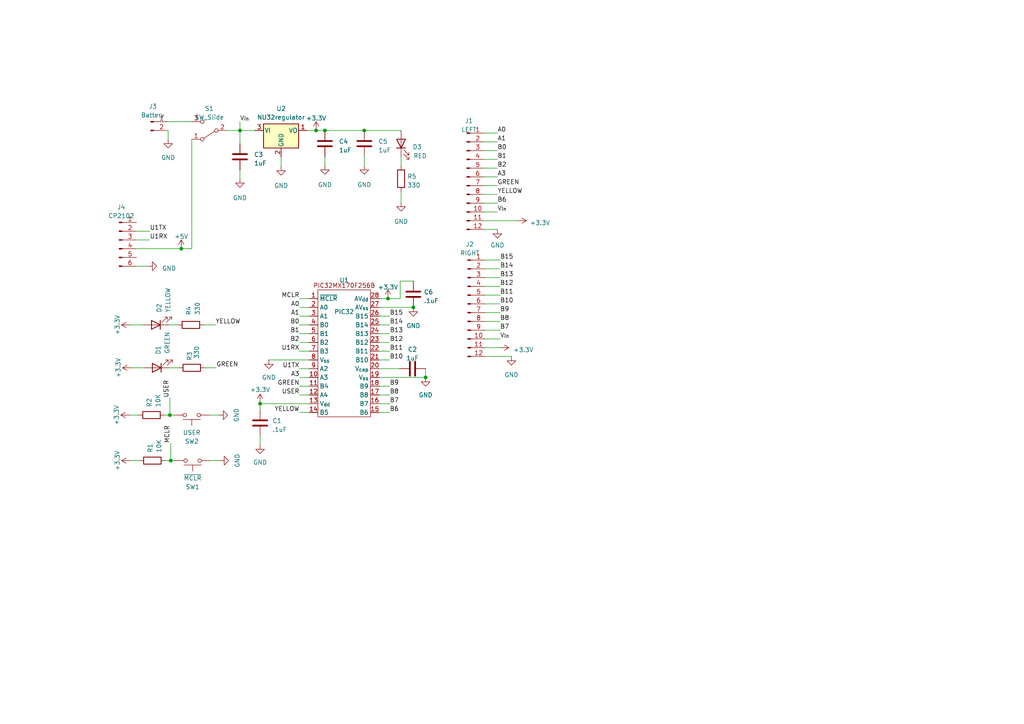
<source format=kicad_sch>
(kicad_sch (version 20230121) (generator eeschema)
  (paper "A4")
  (lib_symbols
    (symbol "Connector:Conn_01x02_Pin" (pin_names (offset 1.016) hide)
      (property "Reference" "J" (at 0 2.54 0))
      (property "Value" "Conn_01x02_Pin" (at 0 -5.08 0))
      (symbol "Conn_01x02_Pin_1_1"
        (polyline (pts (xy 1.27 -2.54) (xy 0.8636 -2.54)) (stroke (width 0.1524)))
        (polyline (pts (xy 1.27 0) (xy 0.8636 0)) (stroke (width 0.1524)))
        (rectangle (start 0.8636 -2.413) (end 0 -2.667) (stroke (width 0.1524)) (fill (type outline)))
        (rectangle (start 0.8636 0.127) (end 0 -0.127) (stroke (width 0.1524)) (fill (type outline)))
        (pin passive line (at 5.08 0 180) (length 3.81) (name "Pin_1") (number "1"))
        (pin passive line (at 5.08 -2.54 180) (length 3.81) (name "Pin_2") (number "2"))
      )
    )
    (symbol "Connector:Conn_01x06_Pin" (pin_names (offset 1.016) hide)
      (property "Reference" "J" (at 0 7.62 0))
      (property "Value" "Conn_01x06_Pin" (at 0 -10.16 0))
      (symbol "Conn_01x06_Pin_1_1"
        (polyline (pts (xy 1.27 -7.62) (xy 0.8636 -7.62)) (stroke (width 0.1524)))
        (polyline (pts (xy 1.27 -5.08) (xy 0.8636 -5.08)) (stroke (width 0.1524)))
        (polyline (pts (xy 1.27 -2.54) (xy 0.8636 -2.54)) (stroke (width 0.1524)))
        (polyline (pts (xy 1.27 0) (xy 0.8636 0)) (stroke (width 0.1524)))
        (polyline (pts (xy 1.27 2.54) (xy 0.8636 2.54)) (stroke (width 0.1524)))
        (polyline (pts (xy 1.27 5.08) (xy 0.8636 5.08)) (stroke (width 0.1524)))
        (rectangle (start 0.8636 -7.493) (end 0 -7.747) (stroke (width 0.1524)) (fill (type outline)))
        (rectangle (start 0.8636 -4.953) (end 0 -5.207) (stroke (width 0.1524)) (fill (type outline)))
        (rectangle (start 0.8636 -2.413) (end 0 -2.667) (stroke (width 0.1524)) (fill (type outline)))
        (rectangle (start 0.8636 0.127) (end 0 -0.127) (stroke (width 0.1524)) (fill (type outline)))
        (rectangle (start 0.8636 2.667) (end 0 2.413) (stroke (width 0.1524)) (fill (type outline)))
        (rectangle (start 0.8636 5.207) (end 0 4.953) (stroke (width 0.1524)) (fill (type outline)))
        (pin passive line (at 5.08 5.08 180) (length 3.81) (name "Pin_1") (number "1"))
        (pin passive line (at 5.08 2.54 180) (length 3.81) (name "Pin_2") (number "2"))
        (pin passive line (at 5.08 0 180) (length 3.81) (name "Pin_3") (number "3"))
        (pin passive line (at 5.08 -2.54 180) (length 3.81) (name "Pin_4") (number "4"))
        (pin passive line (at 5.08 -5.08 180) (length 3.81) (name "Pin_5") (number "5"))
        (pin passive line (at 5.08 -7.62 180) (length 3.81) (name "Pin_6") (number "6"))
      )
    )
    (symbol "Connector:Conn_01x12_Pin" (pin_names (offset 1.016) hide)
      (property "Reference" "J" (at 0 15.24 0))
      (property "Value" "Conn_01x12_Pin" (at 0 -17.78 0))
      (symbol "Conn_01x12_Pin_1_1"
        (polyline (pts (xy 1.27 -15.24) (xy 0.8636 -15.24)) (stroke (width 0.1524)))
        (polyline (pts (xy 1.27 -12.7) (xy 0.8636 -12.7)) (stroke (width 0.1524)))
        (polyline (pts (xy 1.27 -10.16) (xy 0.8636 -10.16)) (stroke (width 0.1524)))
        (polyline (pts (xy 1.27 -7.62) (xy 0.8636 -7.62)) (stroke (width 0.1524)))
        (polyline (pts (xy 1.27 -5.08) (xy 0.8636 -5.08)) (stroke (width 0.1524)))
        (polyline (pts (xy 1.27 -2.54) (xy 0.8636 -2.54)) (stroke (width 0.1524)))
        (polyline (pts (xy 1.27 0) (xy 0.8636 0)) (stroke (width 0.1524)))
        (polyline (pts (xy 1.27 2.54) (xy 0.8636 2.54)) (stroke (width 0.1524)))
        (polyline (pts (xy 1.27 5.08) (xy 0.8636 5.08)) (stroke (width 0.1524)))
        (polyline (pts (xy 1.27 7.62) (xy 0.8636 7.62)) (stroke (width 0.1524)))
        (polyline (pts (xy 1.27 10.16) (xy 0.8636 10.16)) (stroke (width 0.1524)))
        (polyline (pts (xy 1.27 12.7) (xy 0.8636 12.7)) (stroke (width 0.1524)))
        (rectangle (start 0.8636 -15.113) (end 0 -15.367) (stroke (width 0.1524)) (fill (type outline)))
        (rectangle (start 0.8636 -12.573) (end 0 -12.827) (stroke (width 0.1524)) (fill (type outline)))
        (rectangle (start 0.8636 -10.033) (end 0 -10.287) (stroke (width 0.1524)) (fill (type outline)))
        (rectangle (start 0.8636 -7.493) (end 0 -7.747) (stroke (width 0.1524)) (fill (type outline)))
        (rectangle (start 0.8636 -4.953) (end 0 -5.207) (stroke (width 0.1524)) (fill (type outline)))
        (rectangle (start 0.8636 -2.413) (end 0 -2.667) (stroke (width 0.1524)) (fill (type outline)))
        (rectangle (start 0.8636 0.127) (end 0 -0.127) (stroke (width 0.1524)) (fill (type outline)))
        (rectangle (start 0.8636 2.667) (end 0 2.413) (stroke (width 0.1524)) (fill (type outline)))
        (rectangle (start 0.8636 5.207) (end 0 4.953) (stroke (width 0.1524)) (fill (type outline)))
        (rectangle (start 0.8636 7.747) (end 0 7.493) (stroke (width 0.1524)) (fill (type outline)))
        (rectangle (start 0.8636 10.287) (end 0 10.033) (stroke (width 0.1524)) (fill (type outline)))
        (rectangle (start 0.8636 12.827) (end 0 12.573) (stroke (width 0.1524)) (fill (type outline)))
        (pin passive line (at 5.08 12.7 180) (length 3.81) (name "Pin_1") (number "1"))
        (pin passive line (at 5.08 -10.16 180) (length 3.81) (name "Pin_10") (number "10"))
        (pin passive line (at 5.08 -12.7 180) (length 3.81) (name "Pin_11") (number "11"))
        (pin passive line (at 5.08 -15.24 180) (length 3.81) (name "Pin_12") (number "12"))
        (pin passive line (at 5.08 10.16 180) (length 3.81) (name "Pin_2") (number "2"))
        (pin passive line (at 5.08 7.62 180) (length 3.81) (name "Pin_3") (number "3"))
        (pin passive line (at 5.08 5.08 180) (length 3.81) (name "Pin_4") (number "4"))
        (pin passive line (at 5.08 2.54 180) (length 3.81) (name "Pin_5") (number "5"))
        (pin passive line (at 5.08 0 180) (length 3.81) (name "Pin_6") (number "6"))
        (pin passive line (at 5.08 -2.54 180) (length 3.81) (name "Pin_7") (number "7"))
        (pin passive line (at 5.08 -5.08 180) (length 3.81) (name "Pin_8") (number "8"))
        (pin passive line (at 5.08 -7.62 180) (length 3.81) (name "Pin_9") (number "9"))
      )
    )
    (symbol "Device:C" (pin_numbers hide) (pin_names (offset 0.254))
      (property "Reference" "C" (at 0.635 2.54 0))
      (property "Value" "C" (at 0.635 -2.54 0))
      (symbol "C_0_1"
        (polyline (pts (xy -2.032 -0.762) (xy 2.032 -0.762)) (stroke (width 0.508)))
        (polyline (pts (xy -2.032 0.762) (xy 2.032 0.762)) (stroke (width 0.508)))
      )
      (symbol "C_1_1"
        (pin passive line (at 0 3.81 270) (length 2.794) (name "~") (number "1"))
        (pin passive line (at 0 -3.81 90) (length 2.794) (name "~") (number "2"))
      )
    )
    (symbol "Device:LED" (pin_numbers hide) (pin_names (offset 1.016) hide)
      (property "Reference" "D" (at 0 2.54 0))
      (property "Value" "LED" (at 0 -2.54 0))
      (symbol "LED_0_1"
        (polyline (pts (xy -1.27 -1.27) (xy -1.27 1.27)) (stroke (width 0.254)))
        (polyline (pts (xy -1.27 0) (xy 1.27 0)))
        (polyline (pts (xy 1.27 -1.27) (xy 1.27 1.27) (xy -1.27 0) (xy 1.27 -1.27)) (stroke (width 0.254)))
        (polyline (pts (xy -3.048 -0.762) (xy -4.572 -2.286) (xy -3.81 -2.286) (xy -4.572 -2.286) (xy -4.572 -1.524)))
        (polyline (pts (xy -1.778 -0.762) (xy -3.302 -2.286) (xy -2.54 -2.286) (xy -3.302 -2.286) (xy -3.302 -1.524)))
      )
      (symbol "LED_1_1"
        (pin passive line (at -3.81 0 0) (length 2.54) (name "K") (number "1"))
        (pin passive line (at 3.81 0 180) (length 2.54) (name "A") (number "2"))
      )
    )
    (symbol "Device:R" (pin_numbers hide) (pin_names (offset 0))
      (property "Reference" "R" (at 2.032 0 90))
      (property "Value" "R" (at 0 0 90))
      (symbol "R_0_1"
        (rectangle (start -1.016 -2.54) (end 1.016 2.54) (stroke (width 0.254)))
      )
      (symbol "R_1_1"
        (pin passive line (at 0 3.81 270) (length 1.27) (name "~") (number "1"))
        (pin passive line (at 0 -3.81 90) (length 1.27) (name "~") (number "2"))
      )
    )
    (symbol "HW4:NU32regulator" (pin_names (offset 0.254))
      (property "Reference" "U" (at -3.81 3.175 0))
      (property "Value" "NU32regulator" (at 0 3.175 0))
      (symbol "NU32regulator_0_1"
        (rectangle (start -5.08 1.905) (end 5.08 -5.08) (stroke (width 0.254)) (fill (type background)))
      )
      (symbol "NU32regulator_1_1"
        (pin power_out line (at 7.62 0 180) (length 2.54) (name "VO") (number "1"))
        (pin power_in line (at 0 -7.62 90) (length 2.54) (name "GND") (number "2"))
        (pin power_in line (at -7.62 0 0) (length 2.54) (name "VI") (number "3"))
      )
    )
    (symbol "HW4:PIC32"
      (property "Reference" "U" (at 0 20.32 0))
      (symbol "PIC32_0_1"
        (rectangle (start -7.62 16.51) (end 7.62 -20.32))
      )
      (symbol "PIC32_1_1"
        (text "PIC32MX170F256B" (at 0 17.78 0) (effects (font (size 1.27 1.27))))
        (pin input line (at -10.16 13.97 0) (length 2.54) (name "~{MCLR}") (number "1"))
        (pin input line (at -10.16 -8.89 0) (length 2.54) (name "A3") (number "10"))
        (pin input line (at -10.16 -11.43 0) (length 2.54) (name "B4") (number "11"))
        (pin input line (at -10.16 -13.97 0) (length 2.54) (name "A4") (number "12"))
        (pin input line (at -10.16 -16.51 0) (length 2.54) (name "V_{dd}") (number "13"))
        (pin input line (at -10.16 -19.05 0) (length 2.54) (name "B5") (number "14"))
        (pin input line (at 10.16 -19.05 180) (length 2.54) (name "B6") (number "15"))
        (pin input line (at 10.16 -16.51 180) (length 2.54) (name "B7") (number "16"))
        (pin input line (at 10.16 -13.97 180) (length 2.54) (name "B8") (number "17"))
        (pin input line (at 10.16 -11.43 180) (length 2.54) (name "B9") (number "18"))
        (pin input line (at 10.16 -8.89 180) (length 2.54) (name "V_{ss}") (number "19"))
        (pin input line (at -10.16 11.43 0) (length 2.54) (name "A0") (number "2"))
        (pin input line (at 10.16 -6.35 180) (length 2.54) (name "V_{cap}") (number "20"))
        (pin input line (at 10.16 -3.81 180) (length 2.54) (name "B10") (number "21"))
        (pin input line (at 10.16 -1.27 180) (length 2.54) (name "B11") (number "22"))
        (pin input line (at 10.16 1.27 180) (length 2.54) (name "B12") (number "23"))
        (pin input line (at 10.16 3.81 180) (length 2.54) (name "B13") (number "24"))
        (pin input line (at 10.16 6.35 180) (length 2.54) (name "B14") (number "25"))
        (pin input line (at 10.16 8.89 180) (length 2.54) (name "B15") (number "26"))
        (pin input line (at 10.16 11.43 180) (length 2.54) (name "AV_{ss}") (number "27"))
        (pin input line (at 10.16 13.97 180) (length 2.54) (name "AV_{dd}") (number "28"))
        (pin input line (at -10.16 8.89 0) (length 2.54) (name "A1") (number "3"))
        (pin input line (at -10.16 6.35 0) (length 2.54) (name "B0") (number "4"))
        (pin input line (at -10.16 3.81 0) (length 2.54) (name "B1") (number "5"))
        (pin input line (at -10.16 1.27 0) (length 2.54) (name "B2") (number "6"))
        (pin input line (at -10.16 -1.27 0) (length 2.54) (name "B3") (number "7"))
        (pin input line (at -10.16 -3.81 0) (length 2.54) (name "V_{ss}") (number "8"))
        (pin input line (at -10.16 -6.35 0) (length 2.54) (name "A2") (number "9"))
      )
    )
    (symbol "Switch:SW_Push" (pin_numbers hide) (pin_names (offset 1.016) hide)
      (property "Reference" "SW" (at 1.27 2.54 0))
      (property "Value" "SW_Push" (at 0 -1.524 0))
      (symbol "SW_Push_0_1"
        (circle (center -2.032 0) (radius 0.508))
        (polyline (pts (xy 0 1.27) (xy 0 3.048)))
        (polyline (pts (xy 2.54 1.27) (xy -2.54 1.27)))
        (circle (center 2.032 0) (radius 0.508))
        (pin passive line (at -5.08 0 0) (length 2.54) (name "1") (number "1"))
        (pin passive line (at 5.08 0 180) (length 2.54) (name "2") (number "2"))
      )
    )
    (symbol "Switch:SW_SPDT" (pin_names (offset 0) hide)
      (property "Reference" "SW" (at 0 4.318 0))
      (property "Value" "SW_SPDT" (at 0 -5.08 0))
      (symbol "SW_SPDT_0_0"
        (circle (center -2.032 0) (radius 0.508))
        (circle (center 2.032 -2.54) (radius 0.508))
      )
      (symbol "SW_SPDT_0_1"
        (polyline (pts (xy -1.524 0.254) (xy 1.651 2.286)))
        (circle (center 2.032 2.54) (radius 0.508))
      )
      (symbol "SW_SPDT_1_1"
        (pin passive line (at 5.08 2.54 180) (length 2.54) (name "A") (number "1"))
        (pin passive line (at -5.08 0 0) (length 2.54) (name "B") (number "2"))
        (pin passive line (at 5.08 -2.54 180) (length 2.54) (name "C") (number "3"))
      )
    )
    (symbol "power:+3.3V" (power) (pin_names (offset 0))
      (property "Value" "+3.3V" (at 0 3.556 0))
      (symbol "+3.3V_0_1"
        (polyline (pts (xy -0.762 1.27) (xy 0 2.54)))
        (polyline (pts (xy 0 0) (xy 0 2.54)))
        (polyline (pts (xy 0 2.54) (xy 0.762 1.27)))
      )
      (symbol "+3.3V_1_1"
        (pin power_in line (at 0 0 90) (length 0) hide (name "+3.3V") (number "1"))
      )
    )
    (symbol "power:+5V" (power) (pin_names (offset 0))
      (property "Value" "+5V" (at 0 3.556 0))
      (symbol "+5V_0_1"
        (polyline (pts (xy -0.762 1.27) (xy 0 2.54)))
        (polyline (pts (xy 0 0) (xy 0 2.54)))
        (polyline (pts (xy 0 2.54) (xy 0.762 1.27)))
      )
      (symbol "+5V_1_1"
        (pin power_in line (at 0 0 90) (length 0) hide (name "+5V") (number "1"))
      )
    )
    (symbol "power:GND" (power) (pin_names (offset 0))
      (property "Value" "GND" (at 0 -3.81 0))
      (symbol "GND_0_1"
        (polyline (pts (xy 0 0) (xy 0 -1.27) (xy 1.27 -1.27) (xy 0 -2.54) (xy -1.27 -1.27) (xy 0 -1.27)))
      )
      (symbol "GND_1_1"
        (pin power_in line (at 0 0 270) (length 0) hide (name "GND") (number "1"))
      )
    )
  )
  (junction (at 91.694 37.846))
  (junction (at 75.438 117.094))
  (junction (at 52.578 72.136))
  (junction (at 69.596 37.846))
  (junction (at 123.444 109.474))
  (junction (at 49.276 120.396))
  (junction (at 49.53 133.604))
  (junction (at 94.234 37.846))
  (junction (at 112.522 86.614))
  (junction (at 105.664 37.846))
  (junction (at 119.888 89.154))
  (wire (pts (xy 39.624 77.216) (xy 42.926 77.216)))
  (wire (pts (xy 59.182 94.234) (xy 62.484 94.234)))
  (wire (pts (xy 49.53 133.604) (xy 50.8 133.604)))
  (wire (pts (xy 140.462 46.228) (xy 144.272 46.228)))
  (wire (pts (xy 86.868 114.554) (xy 89.662 114.554)))
  (wire (pts (xy 81.534 45.466) (xy 81.534 48.26)))
  (wire (pts (xy 140.462 66.548) (xy 144.272 66.548)))
  (wire (pts (xy 48.006 133.604) (xy 49.53 133.604)))
  (wire (pts (xy 86.868 112.014) (xy 89.662 112.014)))
  (wire (pts (xy 109.982 119.634) (xy 113.03 119.634)))
  (wire (pts (xy 109.982 101.854) (xy 113.03 101.854)))
  (wire (pts (xy 140.716 100.838) (xy 145.034 100.838)))
  (wire (pts (xy 105.664 37.846) (xy 116.332 37.846)))
  (wire (pts (xy 116.332 55.626) (xy 116.332 58.674)))
  (wire (pts (xy 140.716 98.298) (xy 145.034 98.298)))
  (wire (pts (xy 39.624 67.056) (xy 43.434 67.056)))
  (wire (pts (xy 109.982 99.314) (xy 113.03 99.314)))
  (wire (pts (xy 140.462 38.608) (xy 144.272 38.608)))
  (wire (pts (xy 55.626 40.386) (xy 55.626 72.136)))
  (wire (pts (xy 140.462 56.388) (xy 144.272 56.388)))
  (wire (pts (xy 86.868 89.154) (xy 89.662 89.154)))
  (wire (pts (xy 75.438 116.84) (xy 75.438 117.094)))
  (wire (pts (xy 116.078 86.614) (xy 112.522 86.614)))
  (wire (pts (xy 140.462 53.848) (xy 144.272 53.848)))
  (wire (pts (xy 38.1 106.68) (xy 41.656 106.68)))
  (wire (pts (xy 69.596 35.306) (xy 69.596 37.846)))
  (wire (pts (xy 47.752 120.396) (xy 49.276 120.396)))
  (wire (pts (xy 37.846 133.604) (xy 40.386 133.604)))
  (wire (pts (xy 52.578 72.136) (xy 55.626 72.136)))
  (wire (pts (xy 140.462 58.928) (xy 144.272 58.928)))
  (wire (pts (xy 39.624 72.136) (xy 52.578 72.136)))
  (wire (pts (xy 116.332 45.466) (xy 116.332 48.006)))
  (wire (pts (xy 140.716 95.758) (xy 145.034 95.758)))
  (wire (pts (xy 89.154 37.846) (xy 91.694 37.846)))
  (wire (pts (xy 49.022 94.234) (xy 51.562 94.234)))
  (wire (pts (xy 109.982 112.014) (xy 113.03 112.014)))
  (wire (pts (xy 140.716 77.978) (xy 145.034 77.978)))
  (wire (pts (xy 109.982 94.234) (xy 113.03 94.234)))
  (wire (pts (xy 116.078 81.534) (xy 116.078 86.614)))
  (wire (pts (xy 86.868 119.634) (xy 89.662 119.634)))
  (wire (pts (xy 140.716 90.678) (xy 145.034 90.678)))
  (wire (pts (xy 48.768 37.846) (xy 48.768 40.386)))
  (wire (pts (xy 140.716 93.218) (xy 145.034 93.218)))
  (wire (pts (xy 49.276 106.68) (xy 51.816 106.68)))
  (wire (pts (xy 86.868 86.614) (xy 89.662 86.614)))
  (wire (pts (xy 59.436 106.68) (xy 62.738 106.68)))
  (wire (pts (xy 94.234 45.466) (xy 94.234 48.006)))
  (wire (pts (xy 109.982 89.154) (xy 119.888 89.154)))
  (wire (pts (xy 109.982 109.474) (xy 123.444 109.474)))
  (wire (pts (xy 37.592 120.396) (xy 40.132 120.396)))
  (wire (pts (xy 86.868 109.474) (xy 89.662 109.474)))
  (wire (pts (xy 140.716 88.138) (xy 145.034 88.138)))
  (wire (pts (xy 109.982 86.614) (xy 112.522 86.614)))
  (wire (pts (xy 140.462 48.768) (xy 144.272 48.768)))
  (wire (pts (xy 77.978 104.394) (xy 89.662 104.394)))
  (wire (pts (xy 65.786 37.846) (xy 69.596 37.846)))
  (wire (pts (xy 140.462 61.468) (xy 144.272 61.468)))
  (wire (pts (xy 86.868 99.314) (xy 89.662 99.314)))
  (wire (pts (xy 109.982 114.554) (xy 113.03 114.554)))
  (wire (pts (xy 140.716 83.058) (xy 145.034 83.058)))
  (wire (pts (xy 89.662 117.094) (xy 75.438 117.094)))
  (wire (pts (xy 49.276 120.396) (xy 49.276 115.316)))
  (wire (pts (xy 69.596 37.846) (xy 69.596 41.656)))
  (wire (pts (xy 75.438 126.492) (xy 75.438 129.032)))
  (wire (pts (xy 91.694 37.846) (xy 94.234 37.846)))
  (wire (pts (xy 123.444 106.934) (xy 123.444 109.474)))
  (wire (pts (xy 109.982 104.394) (xy 113.03 104.394)))
  (wire (pts (xy 140.462 41.148) (xy 144.272 41.148)))
  (wire (pts (xy 140.716 80.518) (xy 145.034 80.518)))
  (wire (pts (xy 105.664 45.466) (xy 105.664 48.006)))
  (wire (pts (xy 75.438 117.094) (xy 75.438 118.872)))
  (wire (pts (xy 119.888 81.534) (xy 116.078 81.534)))
  (wire (pts (xy 86.868 91.694) (xy 89.662 91.694)))
  (wire (pts (xy 86.868 94.234) (xy 89.662 94.234)))
  (wire (pts (xy 69.596 37.846) (xy 73.914 37.846)))
  (wire (pts (xy 140.462 43.688) (xy 144.272 43.688)))
  (wire (pts (xy 86.868 101.854) (xy 89.662 101.854)))
  (wire (pts (xy 140.462 51.308) (xy 144.272 51.308)))
  (wire (pts (xy 140.716 75.438) (xy 145.034 75.438)))
  (wire (pts (xy 140.462 64.008) (xy 150.114 64.008)))
  (wire (pts (xy 109.982 96.774) (xy 113.03 96.774)))
  (wire (pts (xy 109.982 91.694) (xy 113.03 91.694)))
  (wire (pts (xy 69.596 49.276) (xy 69.596 51.816)))
  (wire (pts (xy 49.276 120.396) (xy 50.546 120.396)))
  (wire (pts (xy 39.624 69.596) (xy 43.434 69.596)))
  (wire (pts (xy 109.982 117.094) (xy 113.03 117.094)))
  (wire (pts (xy 37.846 94.234) (xy 41.402 94.234)))
  (wire (pts (xy 109.982 106.934) (xy 115.824 106.934)))
  (wire (pts (xy 140.716 103.378) (xy 148.336 103.378)))
  (wire (pts (xy 49.53 133.604) (xy 49.53 128.524)))
  (wire (pts (xy 60.96 133.604) (xy 63.754 133.604)))
  (wire (pts (xy 60.706 120.396) (xy 63.5 120.396)))
  (wire (pts (xy 86.868 96.774) (xy 89.662 96.774)))
  (wire (pts (xy 140.716 85.598) (xy 145.034 85.598)))
  (wire (pts (xy 94.234 37.846) (xy 105.664 37.846)))
  (wire (pts (xy 48.768 35.306) (xy 55.626 35.306)))
  (wire (pts (xy 86.868 106.934) (xy 89.662 106.934)))
  (label "B2" (at 144.272 48.768 0))
  (label "USER" (at 86.868 114.554 180))
  (label "B14" (at 145.034 77.978 0))
  (label "B2" (at 86.868 99.314 180))
  (label "V_{in}" (at 69.596 35.306 0))
  (label "USER" (at 49.276 115.316 90))
  (label "GREEN" (at 86.868 112.014 180))
  (label "B12" (at 145.034 83.058 0))
  (label "V_{in}" (at 144.272 61.468 0))
  (label "A1" (at 86.868 91.694 180))
  (label "B6" (at 144.272 58.928 0))
  (label "A3" (at 144.272 51.308 0))
  (label "B11" (at 145.034 85.598 0))
  (label "B1" (at 86.868 96.774 180))
  (label "A0" (at 144.272 38.608 0))
  (label "B11" (at 113.03 101.854 0))
  (label "A1" (at 144.272 41.148 0))
  (label "B7" (at 113.03 117.094 0))
  (label "B8" (at 113.03 114.554 0))
  (label "B12" (at 113.03 99.314 0))
  (label "B13" (at 113.03 96.774 0))
  (label "B0" (at 86.868 94.234 180))
  (label "B7" (at 145.034 95.758 0))
  (label "U1RX" (at 43.434 69.596 0))
  (label "GREEN" (at 62.738 106.68 0))
  (label "MCLR" (at 86.868 86.614 180))
  (label "B15" (at 113.03 91.694 0))
  (label "A3" (at 86.868 109.474 180))
  (label "V_{in}" (at 145.034 98.298 0))
  (label "U1TX" (at 86.868 106.934 180))
  (label "YELLOW" (at 62.484 94.234 0))
  (label "B1" (at 144.272 46.228 0))
  (label "YELLOW" (at 144.272 56.388 0))
  (label "B10" (at 113.03 104.394 0))
  (label "GREEN" (at 144.272 53.848 0))
  (label "B10" (at 145.034 88.138 0))
  (label "B9" (at 145.034 90.678 0))
  (label "U1TX" (at 43.434 67.056 0))
  (label "U1RX" (at 86.868 101.854 180))
  (label "A0" (at 86.868 89.154 180))
  (label "MCLR" (at 49.53 128.524 90))
  (label "YELLOW" (at 86.868 119.634 180))
  (label "B8" (at 145.034 93.218 0))
  (label "B13" (at 145.034 80.518 0))
  (label "B6" (at 113.03 119.634 0))
  (label "B9" (at 113.03 112.014 0))
  (label "B15" (at 145.034 75.438 0))
  (label "B0" (at 144.272 43.688 0))
  (label "B14" (at 113.03 94.234 0))
  (symbol (lib_id "power:GND") (at 144.272 66.548 0) (unit 1)
    (property "Reference" "#PWR023" (effects hide))
    (property "Value" "GND" (at 144.272 71.12 0))
  )
  (symbol (lib_id "power:GND") (at 119.888 89.154 0) (unit 1)
    (property "Reference" "#PWR024" (effects hide))
    (property "Value" "GND" (at 119.888 94.488 0))
  )
  (symbol (lib_id "power:GND") (at 75.438 129.032 0) (unit 1)
    (property "Reference" "#PWR011" (effects hide))
    (property "Value" "GND" (at 75.438 134.112 0))
  )
  (symbol (lib_id "Switch:SW_SPDT") (at 60.706 37.846 180) (unit 1)
    (property "Reference" "S1" (at 60.706 31.496 0))
    (property "Value" "SW_Slide" (at 60.706 34.036 0))
    (property "Footprint" "PIC32:slidesw" (effects hide))
  )
  (symbol (lib_id "power:GND") (at 81.534 48.26 0) (unit 1)
    (property "Reference" "#PWR013" (effects hide))
    (property "Value" "GND" (at 81.534 53.848 0))
  )
  (symbol (lib_id "Device:C") (at 69.596 45.466 0) (unit 1)
    (property "Reference" "C3" (at 73.66 44.831 0) (effects (justify left)))
    (property "Value" "1uF" (at 73.66 47.371 0) (effects (justify left)))
    (property "Footprint" "Capacitor_THT:C_Disc_D3.4mm_W2.1mm_P2.50mm" (effects hide))
  )
  (symbol (lib_id "Device:C") (at 105.664 41.656 0) (unit 1)
    (property "Reference" "C5" (at 109.728 41.021 0) (effects (justify left)))
    (property "Value" "1uF" (at 109.728 43.561 0) (effects (justify left)))
    (property "Footprint" "Capacitor_THT:C_Disc_D3.4mm_W2.1mm_P2.50mm" (effects hide))
  )
  (symbol (lib_id "Device:C") (at 75.438 122.682 0) (unit 1)
    (property "Reference" "C1" (at 78.994 122.047 0) (effects (justify left)))
    (property "Value" ".1uF" (at 78.994 124.587 0) (effects (justify left)))
    (property "Footprint" "Capacitor_THT:C_Disc_D3.4mm_W2.1mm_P2.50mm" (effects hide))
  )
  (symbol (lib_id "power:+3.3V") (at 38.1 106.68 90) (unit 1)
    (property "Reference" "#PWR06" (effects hide))
    (property "Value" "+3.3V" (at 34.29 106.68 0))
  )
  (symbol (lib_id "HW4:PIC32") (at 99.822 100.584 0) (unit 1)
    (property "Reference" "U1" (at 99.822 81.28 0))
    (property "Value" "PIC32" (at 99.822 90.424 0))
    (property "Footprint" "Package_DIP:DIP-28_W7.62mm_Socket" (effects hide))
  )
  (symbol (lib_id "Connector:Conn_01x12_Pin") (at 135.636 88.138 0) (unit 1)
    (property "Reference" "J2" (at 136.271 70.866 0))
    (property "Value" "RIGHT" (at 136.271 73.406 0))
    (property "Footprint" "Connector_PinSocket_2.54mm:PinSocket_1x12_P2.54mm_Vertical" (effects hide))
  )
  (symbol (lib_id "Device:R") (at 55.626 106.68 90) (unit 1)
    (property "Reference" "R3" (at 54.991 104.648 0) (effects (justify left)))
    (property "Value" "330" (at 57.023 104.14 0) (effects (justify left)))
    (property "Footprint" "Resistor_THT:R_Axial_DIN0207_L6.3mm_D2.5mm_P7.62mm_Horizontal" (effects hide))
  )
  (symbol (lib_id "power:GND") (at 48.768 40.386 0) (unit 1)
    (property "Reference" "#PWR015" (effects hide))
    (property "Value" "GND" (at 48.768 45.72 0))
  )
  (symbol (lib_id "Switch:SW_Push") (at 55.88 133.604 180) (unit 1)
    (property "Reference" "SW1" (at 55.88 141.224 0))
    (property "Value" "~{MCLR}" (at 55.88 138.684 0))
    (property "Footprint" "PIC32:PB" (effects hide))
  )
  (symbol (lib_id "power:+3.3V") (at 37.846 133.604 90) (unit 1)
    (property "Reference" "#PWR05" (effects hide))
    (property "Value" "+3.3V" (at 34.036 133.604 0))
  )
  (symbol (lib_id "power:+3.3V") (at 91.694 37.846 0) (unit 1)
    (property "Reference" "#PWR021" (effects hide))
    (property "Value" "+3.3V" (at 91.694 34.29 0))
  )
  (symbol (lib_id "Device:C") (at 119.888 85.344 180) (unit 1)
    (property "Reference" "C6" (at 122.936 84.709 0) (effects (justify right)))
    (property "Value" ".1uF" (at 122.936 87.249 0) (effects (justify right)))
    (property "Footprint" "Capacitor_THT:C_Disc_D3.4mm_W2.1mm_P2.50mm" (effects hide))
  )
  (symbol (lib_id "power:GND") (at 63.754 133.604 90) (unit 1)
    (property "Reference" "#PWR04" (effects hide))
    (property "Value" "GND" (at 68.834 133.604 0))
  )
  (symbol (lib_id "Device:R") (at 43.942 120.396 90) (unit 1)
    (property "Reference" "R2" (at 43.307 118.11 0) (effects (justify left)))
    (property "Value" "10K" (at 45.847 118.11 0) (effects (justify left)))
    (property "Footprint" "Resistor_THT:R_Axial_DIN0207_L6.3mm_D2.5mm_P7.62mm_Horizontal" (effects hide))
  )
  (symbol (lib_id "Switch:SW_Push") (at 55.626 120.396 180) (unit 1)
    (property "Reference" "SW2" (at 55.626 128.016 0))
    (property "Value" "USER" (at 55.626 125.476 0))
    (property "Footprint" "PIC32:PB" (effects hide))
  )
  (symbol (lib_id "Device:R") (at 116.332 51.816 0) (unit 1)
    (property "Reference" "R5" (at 118.11 51.181 0) (effects (justify left)))
    (property "Value" "330" (at 118.11 53.721 0) (effects (justify left)))
    (property "Footprint" "Resistor_THT:R_Axial_DIN0207_L6.3mm_D2.5mm_P7.62mm_Horizontal" (effects hide))
  )
  (symbol (lib_id "power:+3.3V") (at 37.846 94.234 90) (unit 1)
    (property "Reference" "#PWR09" (effects hide))
    (property "Value" "+3.3V" (at 34.036 94.234 0))
  )
  (symbol (lib_id "Device:LED") (at 116.332 41.656 90) (unit 1)
    (property "Reference" "D3" (at 119.634 42.6085 90) (effects (justify right)))
    (property "Value" "RED" (at 119.888 45.212 90) (effects (justify right)))
    (property "Footprint" "LED_THT:LED_D3.0mm" (effects hide))
  )
  (symbol (lib_id "power:GND") (at 105.664 48.006 0) (unit 1)
    (property "Reference" "#PWR019" (effects hide))
    (property "Value" "GND" (at 105.664 53.594 0))
  )
  (symbol (lib_id "power:GND") (at 148.336 103.378 0) (unit 1)
    (property "Reference" "#PWR016" (effects hide))
    (property "Value" "GND" (at 148.336 108.712 0))
  )
  (symbol (lib_id "power:+3.3V") (at 150.114 64.008 270) (unit 1)
    (property "Reference" "#PWR022" (effects hide))
    (property "Value" "+3.3V" (at 153.67 64.643 90) (effects (justify left)))
  )
  (symbol (lib_id "Device:R") (at 44.196 133.604 90) (unit 1)
    (property "Reference" "R1" (at 43.561 131.318 0) (effects (justify left)))
    (property "Value" "10K" (at 46.101 131.318 0) (effects (justify left)))
    (property "Footprint" "Resistor_THT:R_Axial_DIN0207_L6.3mm_D2.5mm_P7.62mm_Horizontal" (effects hide))
  )
  (symbol (lib_id "power:+5V") (at 52.578 72.136 0) (unit 1)
    (property "Reference" "#PWR03" (effects hide))
    (property "Value" "+5V" (at 52.578 68.58 0))
  )
  (symbol (lib_id "Device:LED") (at 45.212 94.234 180) (unit 1)
    (property "Reference" "D2" (at 46.1645 90.678 90) (effects (justify right)))
    (property "Value" "YELLOW" (at 48.7045 90.678 90) (effects (justify right)))
    (property "Footprint" "LED_THT:LED_D3.0mm" (effects hide))
  )
  (symbol (lib_id "power:GND") (at 63.5 120.396 90) (unit 1)
    (property "Reference" "#PWR08" (effects hide))
    (property "Value" "GND" (at 68.58 120.396 0))
  )
  (symbol (lib_id "power:GND") (at 116.332 58.674 0) (unit 1)
    (property "Reference" "#PWR020" (effects hide))
    (property "Value" "GND" (at 116.332 64.262 0))
  )
  (symbol (lib_id "Device:R") (at 55.372 94.234 90) (unit 1)
    (property "Reference" "R4" (at 54.737 91.44 0) (effects (justify left)))
    (property "Value" "330" (at 57.277 91.44 0) (effects (justify left)))
    (property "Footprint" "Resistor_THT:R_Axial_DIN0207_L6.3mm_D2.5mm_P7.62mm_Horizontal" (effects hide))
  )
  (symbol (lib_id "power:GND") (at 77.978 104.394 0) (unit 1)
    (property "Reference" "#PWR010" (effects hide))
    (property "Value" "GND" (at 77.978 109.474 0))
  )
  (symbol (lib_id "power:GND") (at 94.234 48.006 0) (unit 1)
    (property "Reference" "#PWR018" (effects hide))
    (property "Value" "GND" (at 94.234 53.594 0))
  )
  (symbol (lib_id "HW4:NU32regulator") (at 81.534 37.846 0) (unit 1)
    (property "Reference" "U2" (at 81.534 31.496 0))
    (property "Value" "NU32regulator" (at 81.534 34.036 0))
    (property "Footprint" "Package_TO_SOT_THT:TO-92L_Inline" (effects hide))
    (property "Datasheet" "https://www.diodes.com/assets/Datasheets/AP7384.pdf" (effects hide))
  )
  (symbol (lib_id "power:+3.3V") (at 145.034 100.838 270) (unit 1)
    (property "Reference" "#PWR017" (effects hide))
    (property "Value" "+3.3V" (at 148.844 101.473 90) (effects (justify left)))
  )
  (symbol (lib_id "power:GND") (at 123.444 109.474 0) (unit 1)
    (property "Reference" "#PWR012" (effects hide))
    (property "Value" "GND" (at 123.444 114.554 0))
  )
  (symbol (lib_id "Connector:Conn_01x06_Pin") (at 34.544 69.596 0) (unit 1)
    (property "Reference" "J4" (at 35.179 60.071 0))
    (property "Value" "CP2102" (at 35.179 62.611 0))
    (property "Footprint" "Connector_PinSocket_2.54mm:PinSocket_1x06_P2.54mm_Vertical" (effects hide))
  )
  (symbol (lib_id "power:GND") (at 42.926 77.216 90) (unit 1)
    (property "Reference" "#PWR02" (effects hide))
    (property "Value" "GND" (at 46.99 77.851 90) (effects (justify right)))
  )
  (symbol (lib_id "Connector:Conn_01x02_Pin") (at 43.688 35.306 0) (unit 1)
    (property "Reference" "J3" (at 44.323 30.861 0))
    (property "Value" "Battery" (at 44.323 33.401 0))
    (property "Footprint" "Connector_PinSocket_2.54mm:PinSocket_1x02_P2.54mm_Vertical" (effects hide))
  )
  (symbol (lib_id "power:GND") (at 69.596 51.816 0) (unit 1)
    (property "Reference" "#PWR014" (effects hide))
    (property "Value" "GND" (at 69.596 57.404 0))
  )
  (symbol (lib_id "power:+3.3V") (at 37.592 120.396 90) (unit 1)
    (property "Reference" "#PWR07" (effects hide))
    (property "Value" "+3.3V" (at 33.782 120.396 0))
  )
  (symbol (lib_id "Device:LED") (at 45.466 106.68 180) (unit 1)
    (property "Reference" "D1" (at 45.9105 102.87 90) (effects (justify right)))
    (property "Value" "GREEN" (at 48.514 102.616 90) (effects (justify right)))
    (property "Footprint" "LED_THT:LED_D3.0mm" (effects hide))
  )
  (symbol (lib_id "power:+3.3V") (at 112.522 86.614 0) (unit 1)
    (property "Reference" "#PWR025" (effects hide))
    (property "Value" "+3.3V" (at 112.522 83.312 0))
  )
  (symbol (lib_id "power:+3.3V") (at 75.438 116.84 0) (unit 1)
    (property "Reference" "#PWR01" (effects hide))
    (property "Value" "+3.3V" (at 75.438 113.03 0))
  )
  (symbol (lib_id "Device:C") (at 94.234 41.656 0) (unit 1)
    (property "Reference" "C4" (at 98.298 41.021 0) (effects (justify left)))
    (property "Value" "1uF" (at 98.298 43.561 0) (effects (justify left)))
    (property "Footprint" "Capacitor_THT:C_Disc_D3.4mm_W2.1mm_P2.50mm" (effects hide))
  )
  (symbol (lib_id "Connector:Conn_01x12_Pin") (at 135.382 51.308 0) (unit 1)
    (property "Reference" "J1" (at 136.017 35.052 0))
    (property "Value" "LEFT" (at 136.017 37.592 0))
    (property "Footprint" "Connector_PinSocket_2.54mm:PinSocket_1x12_P2.54mm_Vertical" (effects hide))
  )
  (symbol (lib_id "Device:C") (at 119.634 106.934 270) (unit 1)
    (property "Reference" "C2" (at 119.634 101.346 90))
    (property "Value" "1uF" (at 119.634 103.886 90))
    (property "Footprint" "Capacitor_THT:C_Disc_D3.4mm_W2.1mm_P2.50mm" (effects hide))
  )
)
</source>
